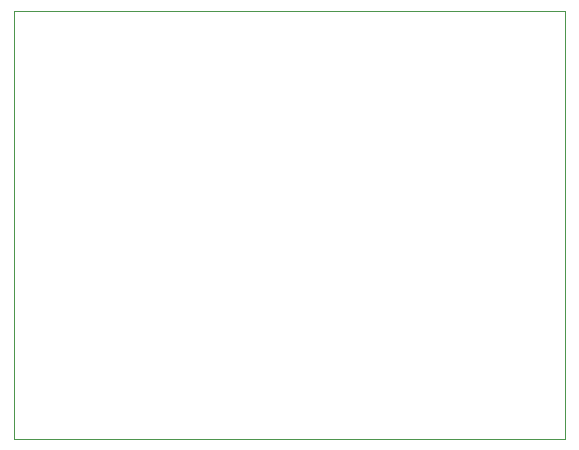
<source format=gbr>
%TF.GenerationSoftware,KiCad,Pcbnew,6.0.10-86aedd382b~118~ubuntu20.04.1*%
%TF.CreationDate,2024-03-04T22:47:07-05:00*%
%TF.ProjectId,cold-start-power-supply,636f6c64-2d73-4746-9172-742d706f7765,rev?*%
%TF.SameCoordinates,Original*%
%TF.FileFunction,Profile,NP*%
%FSLAX46Y46*%
G04 Gerber Fmt 4.6, Leading zero omitted, Abs format (unit mm)*
G04 Created by KiCad (PCBNEW 6.0.10-86aedd382b~118~ubuntu20.04.1) date 2024-03-04 22:47:07*
%MOMM*%
%LPD*%
G01*
G04 APERTURE LIST*
%TA.AperFunction,Profile*%
%ADD10C,0.100000*%
%TD*%
G04 APERTURE END LIST*
D10*
X110490000Y-77343000D02*
X157099000Y-77343000D01*
X157099000Y-77343000D02*
X157099000Y-113538000D01*
X157099000Y-113538000D02*
X110490000Y-113538000D01*
X110490000Y-113538000D02*
X110490000Y-77343000D01*
M02*

</source>
